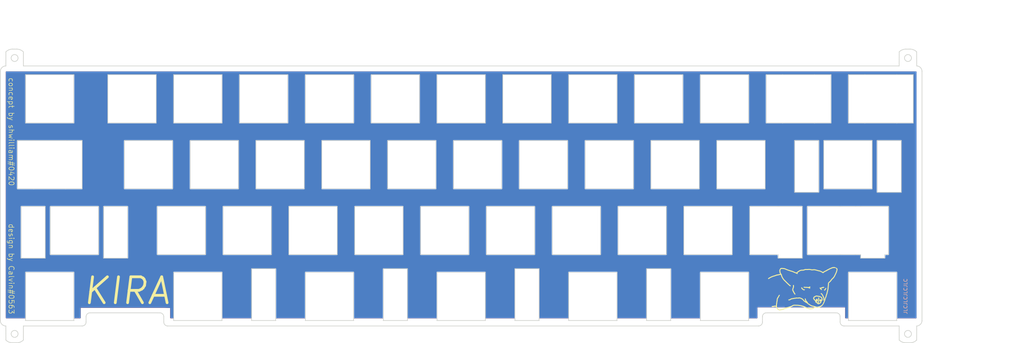
<source format=kicad_pcb>
(kicad_pcb (version 20211014) (generator pcbnew)
  (layers (0 "F.Cu" signal) (31 "B.Cu" signal) (34 "B.Paste" user) (35 "F.Paste" user) (36 "B.SilkS" user "B.Silkscreen") (37 "F.SilkS" user "F.Silkscreen") (38 "B.Mask" user) (39 "F.Mask" user) (44 "Edge.Cuts" user))
  (net 0 "")
  (net 1 "GND")
  (footprint "LOGO" (layer "F.Cu") (at 246.973199 99.949 -25)
    (fp_text reference "G***" hide)
    (fp_text value "LOGO" hide)
  )
  (gr_line (start 276.583865 58.082866) (end 269.583865 58.082866) (layer "Edge.Cuts") (width 0.2))
  (gr_line (start 237.189615 72.082866) (end 237.189615 58.082866) (layer "Edge.Cuts") (width 0.2))
  (gr_line (start 103.839615 58.082866) (end 89.839615 58.082866) (layer "Edge.Cuts") (width 0.2))
  (gr_line (start 51.739615 72.082866) (end 65.739615 72.082866) (layer "Edge.Cuts") (width 0.2))
  (gr_line (start 180.327115 110.182866) (end 194.327115 110.182866) (layer "Edge.Cuts") (width 0.2))
  (gr_line (start 275.289615 53.032866) (end 280.052115 53.032866) (layer "Edge.Cuts") (width 0.2))
  (gr_line (start 237.477115 39.032866) (end 237.477115 53.032866) (layer "Edge.Cuts") (width 0.2))
  (gr_line (start 113.364615 91.132866) (end 113.364615 77.132866) (layer "Edge.Cuts") (width 0.2))
  (gr_line (start 21.870365 77.132866) (end 21.870365 92.132866) (layer "Edge.Cuts") (width 0.2))
  (gr_line (start 194.327115 110.182866) (end 194.327115 96.182866) (layer "Edge.Cuts") (width 0.2))
  (gr_line (start 70.789615 72.082866) (end 84.789615 72.082866) (layer "Edge.Cuts") (width 0.2))
  (gr_line (start 99.077115 53.032866) (end 99.077115 39.032866) (layer "Edge.Cuts") (width 0.2))
  (gr_line (start 85.077115 53.032866) (end 99.077115 53.032866) (layer "Edge.Cuts") (width 0.2))
  (gr_line (start 141.939615 58.082866) (end 127.939615 58.082866) (layer "Edge.Cuts") (width 0.2))
  (gr_line (start 261.289615 39.032866) (end 261.289615 53.032866) (layer "Edge.Cuts") (width 0.2))
  (gr_line (start 258.908365 77.132866) (end 249.383365 77.132866) (layer "Edge.Cuts") (width 0.2))
  (gr_line (start 37.164615 96.182866) (end 23.164615 96.182866) (layer "Edge.Cuts") (width 0.2))
  (gr_line (start 45.746365 92.132866) (end 52.746365 92.132866) (layer "Edge.Cuts") (width 0.2))
  (gr_line (start 80.027115 53.032866) (end 80.027115 39.032866) (layer "Edge.Cuts") (width 0.2))
  (gr_line (start 17.476634 115.835227) (end 17.4625 111.76) (layer "Edge.Cuts") (width 0.2))
  (gr_line (start 156.514615 91.132866) (end 170.514615 91.132866) (layer "Edge.Cuts") (width 0.2))
  (gr_line (start 276.583865 73.082866) (end 276.583865 58.082866) (layer "Edge.Cuts") (width 0.2))
  (gr_line (start 126.677115 110.182866) (end 133.677115 110.182866) (layer "Edge.Cuts") (width 0.2))
  (gr_line (start 99.364615 91.132866) (end 113.364615 91.132866) (layer "Edge.Cuts") (width 0.2))
  (gr_line (start 30.308365 91.132866) (end 44.308365 91.132866) (layer "Edge.Cuts") (width 0.2))
  (gr_line (start 281.037661 32.437741) (end 281.051795 36.512968) (layer "Edge.Cuts") (width 0.2))
  (gr_line (start 66.027115 53.032866) (end 80.027115 53.032866) (layer "Edge.Cuts") (width 0.2))
  (gr_line (start 254.145865 72.082866) (end 268.145865 72.082866) (layer "Edge.Cuts") (width 0.2))
  (gr_line (start 268.145865 58.082866) (end 254.145865 58.082866) (layer "Edge.Cuts") (width 0.2))
  (gr_line (start 257.7465 107.95) (end 237.5535 107.95) (layer "Edge.Cuts") (width 0.2))
  (gr_line (start 202.877115 95.182866) (end 202.877115 110.182866) (layer "Edge.Cuts") (width 0.2))
  (gr_line (start 118.127115 39.032866) (end 104.127115 39.032866) (layer "Edge.Cuts") (width 0.2))
  (gr_arc (start 236.4105 110.617) (mid 236.075723 111.425223) (end 235.2675 111.76) (layer "Edge.Cuts") (width 0.2))
  (gr_line (start 194.327115 96.182866) (end 180.327115 96.182866) (layer "Edge.Cuts") (width 0.2))
  (gr_line (start 218.139615 72.082866) (end 218.139615 58.082866) (layer "Edge.Cuts") (width 0.2))
  (gr_line (start 156.227115 39.032866) (end 142.227115 39.032866) (layer "Edge.Cuts") (width 0.2))
  (gr_line (start 280.052115 39.032866) (end 275.289615 39.032866) (layer "Edge.Cuts") (width 0.2))
  (gr_line (start 272.908365 77.132866) (end 271.821365 77.132866) (layer "Edge.Cuts") (width 0.2))
  (gr_line (start 88.577115 95.182866) (end 88.577115 110.182866) (layer "Edge.Cuts") (width 0.2))
  (gr_line (start 142.227115 96.182866) (end 142.227115 110.182866) (layer "Edge.Cuts") (width 0.2))
  (gr_line (start 146.989615 72.082866) (end 160.989615 72.082866) (layer "Edge.Cuts") (width 0.2))
  (gr_line (start 194.614615 77.132866) (end 194.614615 91.132866) (layer "Edge.Cuts") (width 0.2))
  (gr_line (start 245.707865 58.082866) (end 245.707865 73.082866) (layer "Edge.Cuts") (width 0.2))
  (gr_line (start 266.052115 53.032866) (end 275.289615 53.032866) (layer "Edge.Cuts") (width 0.2))
  (gr_line (start 118.127115 53.032866) (end 118.127115 39.032866) (layer "Edge.Cuts") (width 0.2))
  (gr_line (start 127.939615 58.082866) (end 127.939615 72.082866) (layer "Edge.Cuts") (width 0.2))
  (gr_line (start 23.164615 110.182866) (end 37.164615 110.182866) (layer "Edge.Cuts") (width 0.2))
  (gr_line (start 161.277115 53.032866) (end 175.277115 53.032866) (layer "Edge.Cuts") (width 0.2))
  (gr_line (start 213.377115 39.032866) (end 199.377115 39.032866) (layer "Edge.Cuts") (width 0.2))
  (gr_line (start 65.739615 72.082866) (end 65.739615 58.082866) (layer "Edge.Cuts") (width 0.2))
  (gr_line (start 237.477115 53.032866) (end 242.239615 53.032866) (layer "Edge.Cuts") (width 0.2))
  (gr_line (start 268.145865 72.082866) (end 268.145865 58.082866) (layer "Edge.Cuts") (width 0.2))
  (gr_line (start 194.614615 91.132866) (end 208.614615 91.132866) (layer "Edge.Cuts") (width 0.2))
  (gr_line (start 256.239615 39.032866) (end 251.477115 39.032866) (layer "Edge.Cuts") (width 0.2))
  (gr_line (start 185.089615 58.082866) (end 185.089615 72.082866) (layer "Edge.Cuts") (width 0.2))
  (gr_line (start 160.989615 58.082866) (end 146.989615 58.082866) (layer "Edge.Cuts") (width 0.2))
  (gr_line (start 20.638145 116.618716) (end 19.368145 116.618716) (layer "Edge.Cuts") (width 0.2))
  (gr_line (start 85.077115 39.032866) (end 85.077115 53.032866) (layer "Edge.Cuts") (width 0.2))
  (gr_line (start 126.677115 95.182866) (end 126.677115 110.182866) (layer "Edge.Cuts") (width 0.2))
  (gr_line (start 175.277115 39.032866) (end 161.277115 39.032866) (layer "Edge.Cuts") (width 0.2))
  (gr_line (start 170.514615 77.132866) (end 156.514615 77.132866) (layer "Edge.Cuts") (width 0.2))
  (gr_line (start 95.577115 110.182866) (end 95.577115 95.182866) (layer "Edge.Cuts") (width 0.2))
  (gr_line (start 275.985134 115.835227) (end 275.971 111.76) (layer "Edge.Cuts") (width 0.2))
  (gr_line (start 132.414615 77.132866) (end 118.414615 77.132866) (layer "Edge.Cuts") (width 0.2))
  (gr_line (start 232.427115 53.032866) (end 232.427115 39.032866) (layer "Edge.Cuts") (width 0.2))
  (gr_line (start 271.821365 91.132866) (end 272.908365 91.132866) (layer "Edge.Cuts") (width 0.2))
  (gr_line (start 208.614615 91.132866) (end 208.614615 77.132866) (layer "Edge.Cuts") (width 0.2))
  (gr_arc (start 281.038156 115.835227) (mid 280.170323 116.415093) (end 279.146645 116.618716) (layer "Edge.Cuts") (width 0.2))
  (gr_line (start 22.529656 115.835227) (end 22.5425 111.76) (layer "Edge.Cuts") (width 0.2))
  (gr_arc (start 260.0325 111.76) (mid 259.224277 111.425223) (end 258.8895 110.617) (layer "Edge.Cuts") (width 0.2))
  (gr_line (start 39.545865 72.082866) (end 39.545865 58.082866) (layer "Edge.Cuts") (width 0.2))
  (gr_line (start 281.038156 115.835227) (end 281.051 111.76) (layer "Edge.Cuts") (width 0.2))
  (gr_circle (center 20.0025 114.051613) (end 19.0025 114.051613) (layer "Edge.Cuts") (width 0.2) (fill none))
  (gr_line (start 272.908365 91.132866) (end 272.908365 77.132866) (layer "Edge.Cuts") (width 0.2))
  (gr_line (start 118.414615 91.132866) (end 132.414615 91.132866) (layer "Edge.Cuts") (width 0.2))
  (gr_line (start 61.264615 91.132866) (end 75.264615 91.132866) (layer "Edge.Cuts") (width 0.2))
  (gr_line (start 275.289615 96.182866) (end 261.289615 96.182866) (layer "Edge.Cuts") (width 0.2))
  (gr_line (start 180.327115 39.032866) (end 180.327115 53.032866) (layer "Edge.Cuts") (width 0.2))
  (gr_line (start 175.564615 91.132866) (end 189.564615 91.132866) (layer "Edge.Cuts") (width 0.2))
  (gr_line (start 132.414615 91.132866) (end 132.414615 77.132866) (layer "Edge.Cuts") (width 0.2))
  (gr_line (start 45.746365 77.132866) (end 45.746365 92.132866) (layer "Edge.Cuts") (width 0.2))
  (gr_line (start 194.327115 53.032866) (end 194.327115 39.032866) (layer "Edge.Cuts") (width 0.2))
  (gr_line (start 51.739615 58.082866) (end 51.739615 72.082866) (layer "Edge.Cuts") (width 0.2))
  (gr_line (start 113.364615 77.132866) (end 99.364615 77.132866) (layer "Edge.Cuts") (width 0.2))
  (gr_line (start 80.027115 96.182866) (end 66.027115 96.182866) (layer "Edge.Cuts") (width 0.2))
  (gr_line (start 142.227115 53.032866) (end 156.227115 53.032866) (layer "Edge.Cuts") (width 0.2))
  (gr_arc (start 22.529656 115.835227) (mid 21.661823 116.415093) (end 20.638145 116.618716) (layer "Edge.Cuts") (width 0.2))
  (gr_line (start 264.821365 92.132866) (end 271.821365 92.132866) (layer "Edge.Cuts") (width 0.2))
  (gr_line (start 213.664615 91.132866) (end 227.664615 91.132866) (layer "Edge.Cuts") (width 0.2))
  (gr_line (start 61.264615 77.132866) (end 61.264615 91.132866) (layer "Edge.Cuts") (width 0.2))
  (gr_line (start 65.739615 58.082866) (end 51.739615 58.082866) (layer "Edge.Cuts") (width 0.2))
  (gr_line (start 80.314615 77.132866) (end 80.314615 91.132866) (layer "Edge.Cuts") (width 0.2))
  (gr_line (start 232.427115 110.182866) (end 232.427115 96.182866) (layer "Edge.Cuts") (width 0.2))
  (gr_line (start 260.0325 111.76) (end 275.971 111.76) (layer "Edge.Cuts") (width 0.2))
  (gr_line (start 251.477115 53.032866) (end 256.239615 53.032866) (layer "Edge.Cuts") (width 0.2))
  (gr_line (start 232.714615 91.132866) (end 240.945365 91.132866) (layer "Edge.Cuts") (width 0.2))
  (gr_line (start 236.4105 109.093) (end 236.4105 110.617) (layer "Edge.Cuts") (width 0.2))
  (gr_line (start 89.839615 58.082866) (end 89.839615 72.082866) (layer "Edge.Cuts") (width 0.2))
  (gr_line (start 20.783365 72.082866) (end 25.545865 72.082866) (layer "Edge.Cuts") (width 0.2))
  (gr_line (start 252.707865 58.082866) (end 245.707865 58.082866) (layer "Edge.Cuts") (width 0.2))
  (gr_line (start 166.039615 58.082866) (end 166.039615 72.082866) (layer "Edge.Cuts") (width 0.2))
  (gr_line (start 22.5425 36.5125) (end 275.971795 36.512968) (layer "Edge.Cuts") (width 0.2))
  (gr_line (start 170.514615 91.132866) (end 170.514615 77.132866) (layer "Edge.Cuts") (width 0.2))
  (gr_line (start 137.464615 77.132866) (end 137.464615 91.132866) (layer "Edge.Cuts") (width 0.2))
  (gr_line (start 280.052115 53.032866) (end 280.052115 39.032866) (layer "Edge.Cuts") (width 0.2))
  (gr_line (start 232.427115 39.032866) (end 218.427115 39.032866) (layer "Edge.Cuts") (width 0.2))
  (gr_line (start 52.746365 77.132866) (end 45.746365 77.132866) (layer "Edge.Cuts") (width 0.2))
  (gr_line (start 199.089615 58.082866) (end 185.089615 58.082866) (layer "Edge.Cuts") (width 0.2))
  (gr_line (start 213.664615 77.132866) (end 213.664615 91.132866) (layer "Edge.Cuts") (width 0.2))
  (gr_line (start 123.177115 39.032866) (end 123.177115 53.032866) (layer "Edge.Cuts") (width 0.2))
  (gr_line (start 84.789615 72.082866) (end 84.789615 58.082866) (layer "Edge.Cuts") (width 0.2))
  (gr_line (start 142.227115 110.182866) (end 156.227115 110.182866) (layer "Edge.Cuts") (width 0.2))
  (gr_arc (start 20.636855 31.653784) (mid 21.660534 31.857403) (end 22.528366 32.437273) (layer "Edge.Cuts") (width 0.2))
  (gr_line (start 258.8895 109.093) (end 258.8895 110.617) (layer "Edge.Cuts") (width 0.2))
  (gr_line (start 180.039615 58.082866) (end 166.039615 58.082866) (layer "Edge.Cuts") (width 0.2))
  (gr_line (start 251.477115 39.032866) (end 242.239615 39.032866) (layer "Edge.Cuts") (width 0.2))
  (gr_arc (start 19.368145 116.618716) (mid 18.344466 116.415097) (end 17.476634 115.835227) (layer "Edge.Cuts") (width 0.2))
  (gr_line (start 208.614615 77.132866) (end 194.614615 77.132866) (layer "Edge.Cuts") (width 0.2))
  (gr_arc (start 282.575 110.236) (mid 282.110489 111.295495) (end 281.051 111.76) (layer "Edge.Cuts") (width 0.2))
  (gr_line (start 277.87615 31.654252) (end 279.14615 31.654252) (layer "Edge.Cuts") (width 0.2))
  (gr_arc (start 236.4105 109.093) (mid 236.745277 108.284777) (end 237.5535 107.95) (layer "Edge.Cuts") (width 0.2))
  (gr_circle (center 20.0025 34.220887) (end 21.0025 34.220887) (layer "Edge.Cuts") (width 0.2) (fill none))
  (gr_line (start 64.308223 111.76) (end 235.2675 111.76) (layer "Edge.Cuts") (width 0.2))
  (gr_line (start 240.945365 91.132866) (end 240.945365 92.132866) (layer "Edge.Cuts") (width 0.2))
  (gr_arc (start 257.7465 107.95) (mid 258.554723 108.284777) (end 258.8895 109.093) (layer "Edge.Cuts") (width 0.2))
  (gr_line (start 218.427115 96.182866) (end 218.427115 110.182866) (layer "Edge.Cuts") (width 0.2))
  (gr_line (start 156.227115 96.182866) (end 142.227115 96.182866) (layer "Edge.Cuts") (width 0.2))
  (gr_arc (start 64.308223 111.76) (mid 63.5 111.425223) (end 63.165223 110.617) (layer "Edge.Cuts") (width 0.2))
  (gr_line (start 108.889615 58.082866) (end 108.889615 72.082866) (layer "Edge.Cuts") (width 0.2))
  (gr_line (start 127.939615 72.082866) (end 141.939615 72.082866) (layer "Edge.Cuts") (width 0.2))
  (gr_line (start 133.677115 95.182866) (end 126.677115 95.182866) (layer "Edge.Cuts") (width 0.2))
  (gr_line (start 60.977115 39.032866) (end 46.977115 39.032866) (layer "Edge.Cuts") (width 0.2))
  (gr_line (start 218.139615 58.082866) (end 204.139615 58.082866) (layer "Edge.Cuts") (width 0.2))
  (gr_line (start 161.277115 39.032866) (end 161.277115 53.032866) (layer "Edge.Cuts") (width 0.2))
  (gr_line (start 94.314615 91.132866) (end 94.314615 77.132866) (layer "Edge.Cuts") (width 0.2))
  (gr_line (start 66.027115 110.182866) (end 80.027115 110.182866) (layer "Edge.Cuts") (width 0.2))
  (gr_line (start 232.714615 77.132866) (end 232.714615 91.132866) (layer "Edge.Cuts") (width 0.2))
  (gr_line (start 25.545865 72.082866) (end 34.783365 72.082866) (layer "Edge.Cuts") (width 0.2))
  (gr_circle (center 278.511795 34.221355) (end 279.511795 34.221355) (layer "Edge.Cuts") (width 0.2) (fill none))
  (gr_line (start 34.783365 58.082866) (end 25.545865 58.082866) (layer "Edge.Cuts") (width 0.2))
  (gr_line (start 199.377115 39.032866) (end 199.377115 53.032866) (layer "Edge.Cuts") (width 0.2))
  (gr_arc (start 62.022223 107.95) (mid 62.830431 108.284785) (end 63.165223 109.093) (layer "Edge.Cuts") (width 0.2))
  (gr_line (start 223.189615 58.082866) (end 223.189615 72.082866) (layer "Edge.Cuts") (width 0.2))
  (gr_line (start 99.364615 77.132866) (end 99.364615 91.132866) (layer "Edge.Cuts") (width 0.2))
  (gr_line (start 89.839615 72.082866) (end 103.839615 72.082866) (layer "Edge.Cuts") (width 0.2))
  (gr_line (start 249.383365 77.132866) (end 249.383365 91.132866) (layer "Edge.Cuts") (width 0.2))
  (gr_line (start 180.327115 96.182866) (end 180.327115 110.182866) (layer "Edge.Cuts") (width 0.2))
  (gr_line (start 271.821365 77.132866) (end 264.821365 77.132866) (layer "Edge.Cuts") (width 0.2))
  (gr_line (start 185.089615 72.082866) (end 199.089615 72.082866) (layer "Edge.Cuts") (width 0.2))
  (gr_line (start 240.945365 77.132866) (end 232.714615 77.132866) (layer "Edge.Cuts") (width 0.2))
  (gr_line (start 218.427115 39.032866) (end 218.427115 53.032866) (layer "Edge.Cuts") (width 0.2))
  (gr_line (start 46.977115 39.032866) (end 46.977115 53.032866) (layer "Edge.Cuts") (width 0.2))
  (gr_line (start 75.264615 77.132866) (end 61.264615 77.132866) (layer "Edge.Cuts") (width 0.2))
  (gr_line (start 80.027115 110.182866) (end 80.027115 96.182866) (layer "Edge.Cuts") (width 0.2))
  (gr_line (start 122.889615 58.082866) (end 108.889615 58.082866) (layer "Edge.Cuts") (width 0.2))
  (gr_line (start 99.077115 39.032866) (end 85.077115 39.032866) (layer "Edge.Cuts") (width 0.2))
  (gr_line (start 25.545865 58.082866) (end 20.783365 58.082866) (layer "Edge.Cuts") (width 0.2))
  (gr_line (start 279.146645 116.618716) (end 277.876645 116.618716) (layer "Edge.Cuts") (width 0.2))
  (gr_line (start 175.564615 77.132866) (end 175.564615 91.132866) (layer "Edge.Cuts") (width 0.2))
  (gr_line (start 40.686223 109.093) (end 40.686223 110.617) (layer "Edge.Cuts") (width 0.2))
  (gr_line (start 189.564615 77.132866) (end 175.564615 77.132866) (layer "Edge.Cuts") (width 0.2))
  (gr_line (start 84.789615 58.082866) (end 70.789615 58.082866) (layer "Edge.Cuts") (width 0.2))
  (gr_line (start 23.164615 96.182866) (end 23.164615 110.182866) (layer "Edge.Cuts") (width 0.2))
  (gr_line (start 264.821365 77.132866) (end 263.383365 77.132866) (layer "Edge.Cuts") (width 0.2))
  (gr_line (start 242.239615 39.032866) (end 237.477115 39.032866) (layer "Edge.Cuts") (width 0.2))
  (gr_line (start 275.289615 110.182866) (end 275.289615 96.182866) (layer "Edge.Cuts") (width 0.2))
  (gr_arc (start 279.14615 31.654252) (mid 280.169829 31.857871) (end 281.037661 32.437741) (layer "Edge.Cuts") (width 0.2))
  (gr_line (start 156.514615 77.132866) (end 156.514615 91.132866) (layer "Edge.Cuts") (width 0.2))
  (gr_line (start 213.377115 53.032866) (end 213.377115 39.032866) (layer "Edge.Cuts") (width 0.2))
  (gr_line (start 156.227115 110.182866) (end 156.227115 96.182866) (layer "Edge.Cuts") (width 0.2))
  (gr_arc (start 40.686223 110.617) (mid 40.351446 111.425223) (end 39.543223 111.76) (layer "Edge.Cuts") (width 0.2))
  (gr_line (start 164.777115 95.182866) (end 164.777115 110.182866) (layer "Edge.Cuts") (width 0.2))
  (gr_line (start 17.475344 32.437273) (end 17.4625 36.5125) (layer "Edge.Cuts") (width 0.2))
  (gr_line (start 218.427115 53.032866) (end 232.427115 53.032866) (layer "Edge.Cuts") (width 0.2))
  (gr_line (start 88.577115 110.182866) (end 95.577115 110.182866) (layer "Edge.Cuts") (width 0.2))
  (gr_line (start 39.543223 111.76) (end 22.5425 111.76) (layer "Edge.Cuts") (width 0.2))
  (gr_line (start 269.583865 73.082866) (end 276.583865 73.082866) (layer "Edge.Cuts") (width 0.2))
  (gr_line (start 271.821365 92.132866) (end 271.821365 91.132866) (layer "Edge.Cuts") (width 0.2))
  (gr_line (start 60.977115 53.032866) (end 60.977115 39.032866) (layer "Edge.Cuts") (width 0.2))
  (gr_line (start 20.783365 58.082866) (end 20.783365 72.082866) (layer "Edge.Cuts") (width 0.2))
  (gr_arc (start 281.051795 36.512968) (mid 282.13329 37.000014) (end 282.575795 38.100468) (layer "Edge.Cuts") (width 0.2))
  (gr_line (start 104.127115 39.032866) (end 104.127115 53.032866) (layer "Edge.Cuts") (width 0.2))
  (gr_line (start 275.289615 39.032866) (end 266.052115 39.032866) (layer "Edge.Cuts") (width 0.2))
  (gr_line (start 146.989615 58.082866) (end 146.989615 72.082866) (layer "Edge.Cuts") (width 0.2))
  (gr_line (start 204.139615 58.082866) (end 204.139615 72.082866) (layer "Edge.Cuts") (width 0.2))
  (gr_line (start 223.189615 72.082866) (end 237.189615 72.082866) (layer "Edge.Cuts") (width 0.2))
  (gr_line (start 171.777115 95.182866) (end 164.777115 95.182866) (layer "Edge.Cuts") (width 0.2))
  (gr_line (start 204.139615 72.082866) (end 218.139615 72.082866) (layer "Edge.Cuts") (width 0.2))
  (gr_line (start 232.427115 96.182866) (end 218.427115 96.182866) (layer "Edge.Cuts") (width 0.2))
  (gr_line (start 199.089615 72.082866) (end 199.089615 58.082866) (layer "Edge.Cuts") (width 0.2))
  (gr_line (start 252.707865 73.082866) (end 252.707865 58.082866) (layer "Edge.Cuts") (width 0.2))
  (gr_line (start 75.264615 91.132866) (end 75.264615 77.132866) (layer "Edge.Cuts") (width 0.2))
  (gr_arc (start 15.880115 38.105118) (mid 16.343578 36.98108) (end 17.467615 36.517618) (layer "Edge.Cuts") (width 0.2))
  (gr_line (start 151.464615 77.132866) (end 137.464615 77.132866) (layer "Edge.Cuts") (width 0.2))
  (gr_line (start 46.977115 53.032866) (end 60.977115 53.032866) (layer "Edge.Cuts") (width 0.2))
  (gr_line (start 209.877115 110.182866) (end 209.877115 95.182866) (layer "Edge.Cuts") (width 0.2))
  (gr_line (start 137.464615 91.132866) (end 151.464615 91.132866) (layer "Edge.Cuts") (width 0.2))
  (gr_arc (start 17.475344 32.437273) (mid 18.343177 31.857407) (end 19.366855 31.653784) (layer "Edge.Cuts") (width 0.2))
  (gr_line (start 37.164615 53.032866) (end 37.164615 39.032866) (layer "Edge.Cuts") (width 0.2))
  (gr_line (start 44.308365 77.132866) (end 30.308365 77.132866) (layer "Edge.Cuts") (width 0.2))
  (gr_line (start 166.039615 72.082866) (end 180.039615 72.082866) (layer "Edge.Cuts") (width 0.2))
  (gr_line (start 118.127115 96.182866) (end 104.127115 96.182866) (layer "Edge.Cuts") (width 0.2))
  (gr_line (start 137.177115 39.032866) (end 123.177115 39.032866) (layer "Edge.Cuts") (width 0.2))
  (gr_line (start 62.022223 107.95) (end 41.829223 107.95) (layer "Edge.Cuts") (width 0.2))
  (gr_line (start 104.127115 110.182866) (end 118.127115 110.182866) (layer "Edge.Cuts") (width 0.2))
  (gr_line (start 94.314615 77.132866) (end 80.314615 77.132866) (layer "Edge.Cuts") (width 0.2))
  (gr_line (start 261.289615 96.182866) (end 261.289615 110.182866) (layer "Edge.Cuts") (width 0.2))
  (gr_line (start 247.945365 77.132866) (end 246.714615 77.132866) (layer "Edge.Cuts") (width 0.2))
  (gr_line (start 275.984639 32.437741) (end 275.971795 36.512968) (layer "Edge.Cuts") (width 0.2))
  (gr_line (start 30.308365 77.132866) (end 30.308365 91.132866) (layer "Edge.Cuts") (width 0.2))
  (gr_line (start 263.383365 77.132866) (end 258.908365 77.132866) (layer "Edge.Cuts") (width 0.2))
  (gr_line (start 246.714615 77.132866) (end 240.945365 77.132866) (layer "Edge.Cuts") (width 0.2))
  (gr_line (start 261.289615 110.182866) (end 275.289615 110.182866) (layer "Edge.Cuts") (width 0.2))
  (gr_line (start 23.164615 53.032866) (end 37.164615 53.032866) (layer "Edge.Cuts") (width 0.2))
  (gr_line (start 202.877115 110.182866) (end 209.877115 110.182866) (layer "Edge.Cuts") (width 0.2))
  (gr_line (start 282.575795 38.100468) (end 282.575 110.236) (layer "Edge.Cuts") (width 0.2))
  (gr_line (start 256.239615 53.032866) (end 256.239615 39.032866) (layer "Edge.Cuts") (width 0.2))
  (gr_line (start 15.875 110.236) (end 15.880115 38.105118) (layer "Edge.Cuts") (width 0.2))
  (gr_line (start 21.870365 92.132866) (end 28.870365 92.132866) (layer "Edge.Cuts") (width 0.2))
  (gr_arc (start 17.4625 111.76) (mid 16.362352 111.31716) (end 15.875 110.236) (layer "Edge.Cuts") (width 0.2))
  (gr_line (start 194.327115 39.032866) (end 180.327115 39.032866) (layer "Edge.Cuts") (width 0.2))
  (gr_arc (start 275.984639 32.437741) (mid 276.852472 31.857875) (end 277.87615 31.654252) (layer "Edge.Cuts") (width 0.2))
  (gr_line (start 160.989615 72.082866) (end 160.989615 58.082866) (layer "Edge.Cuts") (width 0.2))
  (gr_line (start 19.366855 31.653784) (end 20.636855 31.653784) (layer "Edge.Cuts") (width 0.2))
  (gr_line (start 209.877115 95.182866) (end 202.877115 95.182866) (layer "Edge.Cuts") (width 0.2))
  (gr_line (start 199.377115 53.032866) (end 213.377115 53.032866) (layer "Edge.Cuts") (width 0.2))
  (gr_line (start 63.165223 109.093) (end 63.165223 110.617) (layer "Edge.Cuts") (width 0.2))
  (gr_line (start 70.789615 58.082866) (end 70.789615 72.082866) (layer "Edge.Cuts") (width 0.2))
  (gr_line (start 104.127115 53.032866) (end 118.127115 53.032866) (layer "Edge.Cuts") (width 0.2))
  (gr_line (start 261.289615 53.032866) (end 266.052115 53.032866) (layer "Edge.Cuts") (width 0.2))
  (gr_line (start 242.239615 53.032866) (end 251.477115 53.032866) (layer "Edge.Cuts") (width 0.2))
  (gr_line (start 123.177115 53.032866) (end 137.177115 53.032866) (layer "Edge.Cuts") (width 0.2))
  (gr_line (start 258.908365 91.132866) (end 263.383365 91.132866) (layer "Edge.Cuts") (width 0.2))
  (gr_line (start 141.939615 72.082866) (end 141.939615 58.082866) (layer "Edge.Cuts") (width 0.2))
  (gr_line (start 66.027115 96.182866) (end 66.027115 110.182866) (layer "Edge.Cuts") (width 0.2))
  (gr_line (start 23.164615 39.032866) (end 23.164615 53.032866) (layer "Edge.Cuts") (width 0.2))
  (gr_line (start 142.227115 39.032866) (end 142.227115 53.032866) (layer "Edge.Cuts") (width 0.2))
  (gr_line (start 44.308365 91.132866) (end 44.308365 77.132866) (layer "Edge.Cuts") (width 0.2))
  (gr_line (start 180.039615 72.082866) (end 180.039615 58.082866) (layer "Edge.Cuts") (width 0.2))
  (gr_line (start 103.839615 72.082866) (end 103.839615 58.082866) (layer "Edge.Cuts") (width 0.2))
  (gr_line (start 122.889615 72.082866) (end 122.889615 58.082866) (layer "Edge.Cuts") (width 0.2))
  (gr_line (start 80.314615 91.132866) (end 94.314615 91.132866) (layer "Edge.Cuts") (width 0.2))
  (gr_circle (center 278.511 114.051613) (end 277.511 114.051613) (layer "Edge.Cuts") (width 0.2) (fill none))
  (gr_line (start 264.821365 91.132866) (end 264.821365 92.132866) (layer "Edge.Cuts") (width 0.2))
  (gr_line (start 156.227115 53.032866) (end 156.227115 39.032866) (layer "Edge.Cuts") (width 0.2))
  (gr_line (start 263.383365 91.132866) (end 264.821365 91.132866) (layer "Edge.Cuts") (width 0.2))
  (gr_line (start 52.746365 92.132866) (end 52.746365 77.132866) (layer "Edge.Cuts") (width 0.2))
  (gr_line (start 28.870365 77.132866) (end 21.870365 77.132866) (layer "Edge.Cuts") (width 0.2))
  (gr_line (start 171.777115 110.182866) (end 171.777115 95.182866) (layer "Edge.Cuts") (width 0.2))
  (gr_line (start 175.277115 53.032866) (end 175.277115 39.032866) (layer "Edge.Cuts") (width 0.2))
  (gr_line (start 37.164615 110.182866) (end 37.164615 96.182866) (layer "Edge.Cuts") (width 0.2))
  (gr_line (start 269.583865 58.082866) (end 269.583865 73.082866) (layer "Edge.Cuts") (width 0.2))
  (gr_line (start 118.127115 110.182866) (end 118.127115 96.182866) (layer "Edge.Cuts") (width 0.2))
  (gr_line (start 249.383365 91.132866) (end 258.908365 91.132866) (layer "Edge.Cuts") (width 0.2))
  (gr_line (start 37.164615 39.032866) (end 23.164615 39.032866) (layer "Edge.Cuts") (width 0.2))
  (gr_line (start 80.027115 39.032866) (end 66.027115 39.032866) (layer "Edge.Cuts") (width 0.2))
  (gr_line (start 104.127115 96.182866) (end 104.127115 110.182866) (layer "Edge.Cuts") (width 0.2))
  (gr_arc (start 277.876645 116.618716) (mid 276.852966 116.415097) (end 275.985134 115.835227) (layer "Edge.Cuts") (width 0.2))
  (gr_line (start 164.777115 110.182866) (end 171.777115 110.182866) (layer "Edge.Cuts") (width 0.2))
  (gr_line (start 237.189615 58.082866) (end 223.189615 58.082866) (layer "Edge.Cuts") (width 0.2))
  (gr_line (start 227.664615 91.132866) (end 227.664615 77.132866) (layer "Edge.Cuts") (width 0.2))
  (gr_line (start 227.664615 77.132866) (end 213.664615 77.132866) (layer "Edge.Cuts") (width 0.2))
  (gr_line (start 180.327115 53.032866) (end 194.327115 53.032866) (layer "Edge.Cuts") (width 0.2))
  (gr_line (start 137.177115 53.032866) (end 137.177115 39.032866) (layer "Edge.Cuts") (width 0.2))
  (gr_line (start 133.677115 110.182866) (end 133.677115 95.182866) (layer "Edge.Cuts") (width 0.2))
  (gr_line (start 28.870365 92.132866) (end 28.870365 77.132866) (layer "Edge.Cuts") (width 0.2))
  (gr_line (start 266.052115 39.032866) (end 261.289615 39.032866) (layer "Edge.Cuts") (width 0.2))
  (gr_line (start 39.545865 58.082866) (end 34.783365 58.082866) (layer "Edge.Cuts") (width 0.2))
  (gr_line (start 218.427115 110.182866) (end 232.427115 110.182866) (layer "Edge.Cuts") (width 0.2))
  (gr_line (start 22.528366 32.437273) (end 22.5425 36.5125) (layer "Edge.Cuts") (width 0.2))
  (gr_line (start 189.564615 91.132866) (end 189.564615 77.132866) (layer "Edge.Cuts") (width 0.2))
  (gr_arc (start 40.686223 109.093) (mid 41.021001 108.284785) (end 41.829223 107.95) (layer "Edge.Cuts") (width 0.2))
  (gr_line (start 66.027115 39.032866) (end 66.027115 53.032866) (layer "Edge.Cuts") (width 0.2))
  (gr_line (start 254.145865 58.082866) (end 254.145865 72.082866) (layer "Edge.Cuts") (width 0.2))
  (gr_line (start 118.414615 77.132866) (end 118.414615 91.132866) (layer "Edge.Cuts") (width 0.2))
  (gr_line (start 245.707865 73.082866) (end 252.707865 73.082866) (layer "Edge.Cuts") (width 0.2))
  (gr_line (start 240.945365 92.132866) (end 247.945365 92.132866) (layer "Edge.Cuts") (width 0.2))
  (gr_line (start 151.464615 91.132866) (end 151.464615 77.132866) (layer "Edge.Cuts") (width 0.2))
  (gr_line (start 108.889615 72.082866) (end 122.889615 72.082866) (layer "Edge.Cuts") (width 0.2))
  (gr_line (start 247.945365 92.132866) (end 247.945365 77.132866) (layer "Edge.Cuts") (width 0.2))
  (gr_line (start 95.577115 95.182866) (end 88.577115 95.182866) (layer "Edge.Cuts") (width 0.2))
  (gr_line (start 34.783365 72.082866) (end 39.545865 72.082866) (layer "Edge.Cuts") (width 0.2))
  (gr_text "JLCJLCJLCJLC" (at 277.8125 103.1875 90) (layer "B.SilkS") (effects (font (size 1 1))))
  (gr_text "concept by shwilliam#0420" (at 19.05 55.5625 -90) (layer "F.SilkS") (effects (font (size 1.5 1.5))))
  (gr_text "design by Calvin#0563" (at 19.05 95.25 -90) (layer "F.SilkS") (effects (font (size 1.5 1.5))))
  (gr_text "KIRA" (at 52.3875 101.6) (layer "F.SilkS") (effects (font (size 7.5 7.5) (thickness 0.8) italic)))
  (zone (net 1) (net_name "GND") (layers F&B.Cu) (connect_pads (clearance 0)) (min_thickness 0.254) (fill yes (thermal_gap 0.508) (thermal_bridge_width 0.508) (island_removal_mode 1) (island_area_min 0))
    (polygon (pts (xy 280.9875 109.5375) (xy 260.35 109.5375) (xy 260.35 106.3625) (xy 258.984747 106.362518) (xy 234.95 106.362536) (xy 234.95 109.5375) (xy 233.172 109.537539) (xy 69.849129 109.537674) (xy 65.023979 109.537591) (xy 65.023805 106.553) (xy 63.5 106.4895) (xy 39.116 106.4895) (xy 39.116 109.5375) (xy 33.447616 109.5375) (xy 17.4625 109.5375) (xy 17.4625 38.1) (xy 280.9875 38.1)))
  )
)
</source>
